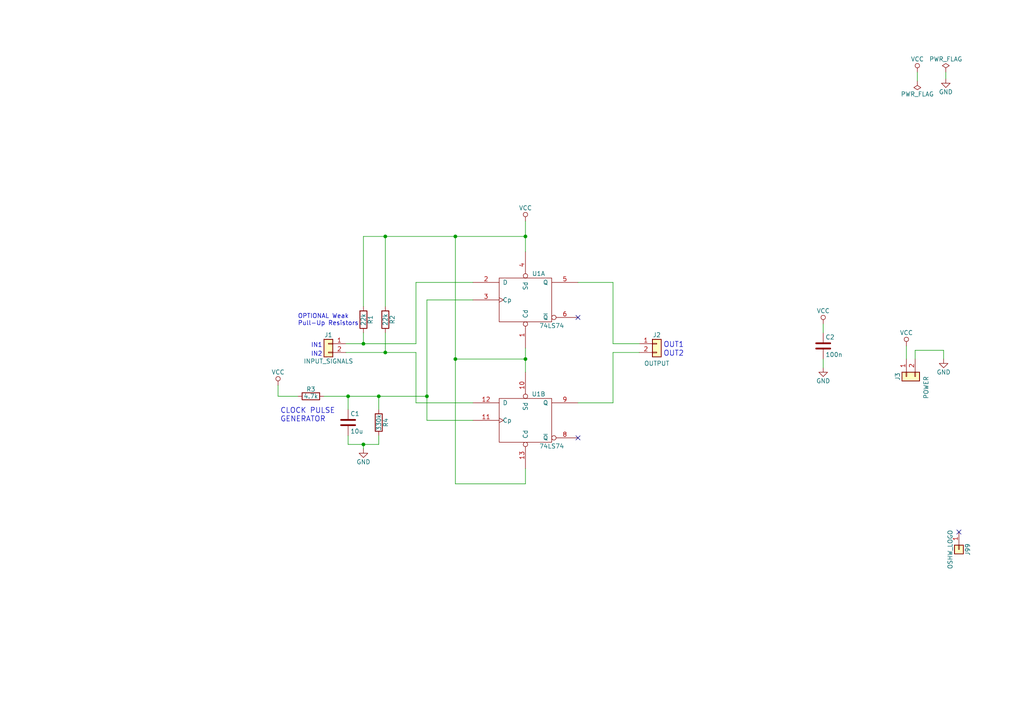
<source format=kicad_sch>
(kicad_sch (version 20230121) (generator eeschema)
  (paper "A4")
  (title_block (title "OpenAmigaMouseTrigger") (date "2018-05-29") (rev "2") (company "SukkoPera"))
  (lib_symbols
    (symbol "OpenAmigaMouseTrigger-rescue:74LS74" (pin_names (offset 1.016))
      (property "Reference" "U" (at 3.81 7.62 0))
      (property "Value" "74LS74" (at 7.62 -7.493 0))
      (symbol "74LS74_0_0"
        (pin power_in line (at -5.08 6.35 270) (length 0) hide (name "VCC") (number "14"))
        (pin power_in line (at -5.08 -6.35 90) (length 0) hide (name "GND") (number "7"))
      )
      (symbol "74LS74_0_1"
        (rectangle (start -7.62 6.35) (end 7.62 -6.35))
      )
      (symbol "74LS74_1_1"
        (pin input inverted (at 0 -13.97 90) (length 7.62) (name "Cd") (number "1"))
        (pin input line (at -15.24 5.08 0) (length 7.62) (name "D") (number "2"))
        (pin input clock (at -15.24 0 0) (length 7.62) (name "Cp") (number "3"))
        (pin input inverted (at 0 13.97 270) (length 7.62) (name "Sd") (number "4"))
        (pin output line (at 15.24 5.08 180) (length 7.62) (name "Q") (number "5"))
        (pin output inverted (at 15.24 -5.08 180) (length 7.62) (name "~{Q}") (number "6"))
      )
      (symbol "74LS74_2_1"
        (pin input inverted (at 0 13.97 270) (length 7.62) (name "Sd") (number "10"))
        (pin input clock (at -15.24 0 0) (length 7.62) (name "Cp") (number "11"))
        (pin input line (at -15.24 5.08 0) (length 7.62) (name "D") (number "12"))
        (pin input inverted (at 0 -13.97 90) (length 7.62) (name "Cd") (number "13"))
        (pin output inverted (at 15.24 -5.08 180) (length 7.62) (name "~{Q}") (number "8"))
        (pin output line (at 15.24 5.08 180) (length 7.62) (name "Q") (number "9"))
      )
    )
    (symbol "OpenAmigaMouseTrigger-rescue:C" (pin_numbers hide) (pin_names (offset 0.254))
      (property "Reference" "C" (at 0.635 2.54 0))
      (property "Value" "C" (at 0.635 -2.54 0))
      (symbol "C_0_1"
        (polyline (pts (xy -2.032 -0.762) (xy 2.032 -0.762)) (stroke (width 0.508)))
        (polyline (pts (xy -2.032 0.762) (xy 2.032 0.762)) (stroke (width 0.508)))
      )
      (symbol "C_1_1"
        (pin passive line (at 0 3.81 270) (length 2.794) (name "~") (number "1"))
        (pin passive line (at 0 -3.81 90) (length 2.794) (name "~") (number "2"))
      )
    )
    (symbol "OpenAmigaMouseTrigger-rescue:Conn_01x01" (pin_names (offset 1.016) hide)
      (property "Reference" "J" (at 0 2.54 0))
      (property "Value" "Conn_01x01" (at 0 -2.54 0))
      (symbol "Conn_01x01_1_1"
        (rectangle (start -1.27 0.127) (end 0 -0.127) (stroke (width 0.1524)))
        (rectangle (start -1.27 1.27) (end 1.27 -1.27) (stroke (width 0.254)) (fill (type background)))
        (pin passive line (at -5.08 0 0) (length 3.81) (name "Pin_1") (number "1"))
      )
    )
    (symbol "OpenAmigaMouseTrigger-rescue:Conn_01x02" (pin_names (offset 1.016) hide)
      (property "Reference" "J" (at 0 2.54 0))
      (property "Value" "Conn_01x02" (at 0 -5.08 0))
      (symbol "Conn_01x02_1_1"
        (rectangle (start -1.27 -2.413) (end 0 -2.667) (stroke (width 0.1524)))
        (rectangle (start -1.27 0.127) (end 0 -0.127) (stroke (width 0.1524)))
        (rectangle (start -1.27 1.27) (end 1.27 -3.81) (stroke (width 0.254)) (fill (type background)))
        (pin passive line (at -5.08 0 0) (length 3.81) (name "Pin_1") (number "1"))
        (pin passive line (at -5.08 -2.54 0) (length 3.81) (name "Pin_2") (number "2"))
      )
    )
    (symbol "OpenAmigaMouseTrigger-rescue:GND" (power) (pin_names (offset 0))
      (property "Value" "GND" (at 0 -3.81 0))
      (symbol "GND_0_1"
        (polyline (pts (xy 0 0) (xy 0 -1.27) (xy 1.27 -1.27) (xy 0 -2.54) (xy -1.27 -1.27) (xy 0 -1.27)))
      )
      (symbol "GND_1_1"
        (pin power_in line (at 0 0 270) (length 0) hide (name "GND") (number "1"))
      )
    )
    (symbol "OpenAmigaMouseTrigger-rescue:PWR_FLAG" (power) (pin_numbers hide) (pin_names (offset 0) hide)
      (property "Value" "PWR_FLAG" (at 0 3.81 0))
      (symbol "PWR_FLAG_0_0"
        (pin power_out line (at 0 0 90) (length 0) (name "pwr") (number "1"))
      )
      (symbol "PWR_FLAG_0_1"
        (polyline (pts (xy 0 0) (xy 0 1.27) (xy -1.016 1.905) (xy 0 2.54) (xy 1.016 1.905) (xy 0 1.27)))
      )
    )
    (symbol "OpenAmigaMouseTrigger-rescue:R" (pin_numbers hide) (pin_names (offset 0))
      (property "Reference" "R" (at 2.032 0 90))
      (property "Value" "R" (at 0 0 90))
      (symbol "R_0_1"
        (rectangle (start -1.016 -2.54) (end 1.016 2.54) (stroke (width 0.254)))
      )
      (symbol "R_1_1"
        (pin passive line (at 0 3.81 270) (length 1.27) (name "~") (number "1"))
        (pin passive line (at 0 -3.81 90) (length 1.27) (name "~") (number "2"))
      )
    )
    (symbol "OpenAmigaMouseTrigger-rescue:VCC" (power) (pin_names (offset 0))
      (property "Value" "VCC" (at 0 3.81 0))
      (symbol "VCC_0_1"
        (polyline (pts (xy 0 0) (xy 0 1.27)))
        (circle (center 0 1.905) (radius 0.635))
      )
      (symbol "VCC_1_1"
        (pin power_in line (at 0 0 90) (length 0) hide (name "VCC") (number "1"))
      )
    )
  )
  (junction (at 132.08 104.14))
  (junction (at 132.08 68.58))
  (junction (at 111.76 102.235))
  (junction (at 100.965 114.935))
  (junction (at 152.4 104.14))
  (junction (at 105.41 128.905))
  (junction (at 152.4 68.58))
  (junction (at 109.855 114.935))
  (junction (at 111.76 68.58))
  (junction (at 123.825 114.935))
  (junction (at 105.41 99.695))
  (no_connect (at 278.13 154.305))
  (no_connect (at 167.64 92.075))
  (no_connect (at 167.64 127))
  (wire (pts (xy 80.645 111.76) (xy 80.645 114.935)))
  (wire (pts (xy 266.065 23.495) (xy 266.065 20.955)))
  (wire (pts (xy 105.41 128.905) (xy 109.855 128.905)))
  (wire (pts (xy 105.41 68.58) (xy 105.41 88.9)))
  (wire (pts (xy 109.855 128.905) (xy 109.855 126.365)))
  (wire (pts (xy 105.41 68.58) (xy 111.76 68.58)))
  (wire (pts (xy 273.685 101.6) (xy 273.685 104.14)))
  (wire (pts (xy 80.645 114.935) (xy 86.36 114.935)))
  (wire (pts (xy 109.855 118.745) (xy 109.855 114.935)))
  (wire (pts (xy 100.965 126.365) (xy 100.965 128.905)))
  (wire (pts (xy 152.4 104.14) (xy 152.4 107.95)))
  (wire (pts (xy 100.33 102.235) (xy 111.76 102.235)))
  (wire (pts (xy 120.65 102.235) (xy 120.65 116.84)))
  (wire (pts (xy 152.4 68.58) (xy 152.4 73.025)))
  (wire (pts (xy 274.32 20.955) (xy 274.32 22.86)))
  (wire (pts (xy 177.8 99.695) (xy 185.42 99.695)))
  (wire (pts (xy 120.65 116.84) (xy 137.16 116.84)))
  (wire (pts (xy 100.33 99.695) (xy 105.41 99.695)))
  (wire (pts (xy 238.76 104.14) (xy 238.76 106.68)))
  (wire (pts (xy 100.965 114.935) (xy 100.965 118.745)))
  (wire (pts (xy 120.65 81.915) (xy 137.16 81.915)))
  (wire (pts (xy 120.65 99.695) (xy 120.65 81.915)))
  (wire (pts (xy 132.08 68.58) (xy 152.4 68.58)))
  (wire (pts (xy 111.76 96.52) (xy 111.76 102.235)))
  (wire (pts (xy 177.8 81.915) (xy 177.8 99.695)))
  (wire (pts (xy 132.08 104.14) (xy 132.08 140.335)))
  (wire (pts (xy 177.8 116.84) (xy 167.64 116.84)))
  (wire (pts (xy 132.08 68.58) (xy 132.08 104.14)))
  (wire (pts (xy 93.98 114.935) (xy 100.965 114.935)))
  (wire (pts (xy 123.825 86.995) (xy 137.16 86.995)))
  (wire (pts (xy 152.4 140.335) (xy 152.4 135.89)))
  (wire (pts (xy 111.76 102.235) (xy 120.65 102.235)))
  (wire (pts (xy 152.4 100.965) (xy 152.4 104.14)))
  (wire (pts (xy 105.41 96.52) (xy 105.41 99.695)))
  (wire (pts (xy 265.43 104.14) (xy 265.43 101.6)))
  (wire (pts (xy 105.41 130.175) (xy 105.41 128.905)))
  (wire (pts (xy 111.76 68.58) (xy 132.08 68.58)))
  (wire (pts (xy 265.43 101.6) (xy 273.685 101.6)))
  (wire (pts (xy 167.64 81.915) (xy 177.8 81.915)))
  (wire (pts (xy 152.4 64.135) (xy 152.4 68.58)))
  (wire (pts (xy 123.825 86.995) (xy 123.825 114.935)))
  (wire (pts (xy 111.76 88.9) (xy 111.76 68.58)))
  (wire (pts (xy 100.965 128.905) (xy 105.41 128.905)))
  (wire (pts (xy 132.08 140.335) (xy 152.4 140.335)))
  (wire (pts (xy 105.41 99.695) (xy 120.65 99.695)))
  (wire (pts (xy 132.08 104.14) (xy 152.4 104.14)))
  (wire (pts (xy 109.855 114.935) (xy 123.825 114.935)))
  (wire (pts (xy 185.42 102.235) (xy 177.8 102.235)))
  (wire (pts (xy 262.89 104.14) (xy 262.89 100.33)))
  (wire (pts (xy 100.965 114.935) (xy 109.855 114.935)))
  (wire (pts (xy 177.8 102.235) (xy 177.8 116.84)))
  (wire (pts (xy 123.825 121.92) (xy 137.16 121.92)))
  (wire (pts (xy 238.76 93.98) (xy 238.76 96.52)))
  (wire (pts (xy 123.825 114.935) (xy 123.825 121.92)))
  (text "OPTIONAL Weak\nPull-Up Resistors" (at 86.36 94.615 0) (effects (font (size 1.27 1.27)) (justify left bottom)))
  (text "IN1" (at 90.17 100.965 0) (effects (font (size 1.27 1.27)) (justify left bottom)))
  (text "CLOCK PULSE\nGENERATOR" (at 81.28 122.555 0) (effects (font (size 1.524 1.524)) (justify left bottom)))
  (text "OUT2" (at 192.405 103.505 0) (effects (font (size 1.524 1.524)) (justify left bottom)))
  (text "OUT1" (at 192.405 100.965 0) (effects (font (size 1.524 1.524)) (justify left bottom)))
  (text "IN2" (at 90.17 103.505 0) (effects (font (size 1.27 1.27)) (justify left bottom)))
  (symbol (lib_id "OpenAmigaMouseTrigger-rescue:Conn_01x02") (at 95.25 99.695 0) (mirror y) (unit 1)
    (property "Reference" "J1" (at 95.25 97.155 0))
    (property "Value" "INPUT_SIGNALS" (at 95.25 104.775 0))
    (property "Footprint" "OpenAmigaMouseTrigger:LoosePads-2" (effects hide))
  )
  (symbol (lib_id "OpenAmigaMouseTrigger-rescue:C") (at 100.965 122.555 0) (unit 1)
    (property "Reference" "C1" (at 101.6 120.015 0) (effects (justify left)))
    (property "Value" "10u" (at 101.6 125.095 0) (effects (justify left)))
    (property "Footprint" "Resistor_SMD:R_0805_2012Metric" (effects hide))
  )
  (symbol (lib_id "OpenAmigaMouseTrigger-rescue:R") (at 90.17 114.935 90) (unit 1)
    (property "Reference" "R3" (at 90.17 112.903 90))
    (property "Value" "4.7k" (at 90.17 114.935 90))
    (property "Footprint" "Resistor_SMD:R_0805_2012Metric" (effects hide))
  )
  (symbol (lib_id "OpenAmigaMouseTrigger-rescue:74LS74") (at 152.4 86.995 0) (unit 1)
    (property "Reference" "U1" (at 156.21 79.375 0))
    (property "Value" "74LS74" (at 160.02 94.488 0))
    (property "Footprint" "Housings_DIP:DIP-14_W7.62mm" (effects hide))
  )
  (symbol (lib_id "OpenAmigaMouseTrigger-rescue:74LS74") (at 152.4 121.92 0) (unit 2)
    (property "Reference" "U1" (at 156.21 114.3 0))
    (property "Value" "74LS74" (at 160.02 129.413 0))
    (property "Footprint" "Housings_DIP:DIP-14_W7.62mm" (effects hide))
  )
  (symbol (lib_id "OpenAmigaMouseTrigger-rescue:VCC") (at 80.645 111.76 0) (unit 1)
    (property "Reference" "#PWR01" (effects hide))
    (property "Value" "VCC" (at 80.645 107.95 0))
  )
  (symbol (lib_id "OpenAmigaMouseTrigger-rescue:VCC") (at 152.4 64.135 0) (unit 1)
    (property "Reference" "#PWR02" (effects hide))
    (property "Value" "VCC" (at 152.4 60.325 0))
  )
  (symbol (lib_id "OpenAmigaMouseTrigger-rescue:Conn_01x02") (at 190.5 99.695 0) (unit 1)
    (property "Reference" "J2" (at 190.5 97.155 0))
    (property "Value" "OUTPUT" (at 190.5 105.41 0))
    (property "Footprint" "OpenAmigaMouseTrigger:LoosePads-2" (effects hide))
  )
  (symbol (lib_id "OpenAmigaMouseTrigger-rescue:C") (at 238.76 100.33 0) (unit 1)
    (property "Reference" "C2" (at 239.395 97.79 0) (effects (justify left)))
    (property "Value" "100n" (at 239.395 102.87 0) (effects (justify left)))
    (property "Footprint" "Resistor_SMD:R_0805_2012Metric" (effects hide))
  )
  (symbol (lib_id "OpenAmigaMouseTrigger-rescue:VCC") (at 238.76 93.98 0) (unit 1)
    (property "Reference" "#PWR03" (effects hide))
    (property "Value" "VCC" (at 238.76 90.17 0))
  )
  (symbol (lib_id "OpenAmigaMouseTrigger-rescue:GND") (at 238.76 106.68 0) (unit 1)
    (property "Reference" "#PWR04" (effects hide))
    (property "Value" "GND" (at 238.76 110.49 0))
  )
  (symbol (lib_id "OpenAmigaMouseTrigger-rescue:GND") (at 274.32 22.86 0) (unit 1)
    (property "Reference" "#PWR05" (effects hide))
    (property "Value" "GND" (at 274.32 26.67 0))
  )
  (symbol (lib_id "OpenAmigaMouseTrigger-rescue:VCC") (at 266.065 20.955 0) (unit 1)
    (property "Reference" "#PWR06" (effects hide))
    (property "Value" "VCC" (at 266.065 17.145 0))
  )
  (symbol (lib_id "OpenAmigaMouseTrigger-rescue:PWR_FLAG") (at 274.32 20.955 0) (unit 1)
    (property "Reference" "#FLG07" (effects hide))
    (property "Value" "PWR_FLAG" (at 274.32 17.145 0))
  )
  (symbol (lib_id "OpenAmigaMouseTrigger-rescue:PWR_FLAG") (at 266.065 23.495 180) (unit 1)
    (property "Reference" "#FLG08" (effects hide))
    (property "Value" "PWR_FLAG" (at 266.065 27.305 0))
  )
  (symbol (lib_id "OpenAmigaMouseTrigger-rescue:Conn_01x02") (at 262.89 109.22 90) (mirror x) (unit 1)
    (property "Reference" "J3" (at 260.35 109.22 0))
    (property "Value" "POWER" (at 268.605 112.395 0))
    (property "Footprint" "OpenAmigaMouseTrigger:LoosePads-2" (effects hide))
  )
  (symbol (lib_id "OpenAmigaMouseTrigger-rescue:VCC") (at 262.89 100.33 0) (unit 1)
    (property "Reference" "#PWR09" (effects hide))
    (property "Value" "VCC" (at 262.89 96.52 0))
  )
  (symbol (lib_id "OpenAmigaMouseTrigger-rescue:GND") (at 273.685 104.14 0) (unit 1)
    (property "Reference" "#PWR010" (effects hide))
    (property "Value" "GND" (at 273.685 107.95 0))
  )
  (symbol (lib_id "OpenAmigaMouseTrigger-rescue:GND") (at 105.41 130.175 0) (unit 1)
    (property "Reference" "#PWR011" (effects hide))
    (property "Value" "GND" (at 105.41 133.985 0))
  )
  (symbol (lib_id "OpenAmigaMouseTrigger-rescue:Conn_01x01") (at 278.13 159.385 270) (unit 1)
    (property "Reference" "J99" (at 280.67 159.385 0))
    (property "Value" "OSHW_LOGO" (at 275.59 159.385 0))
    (property "Footprint" "w_logo:Logo_copper_OSHW_6x6mm" (effects hide))
  )
  (symbol (lib_id "OpenAmigaMouseTrigger-rescue:R") (at 105.41 92.71 0) (unit 1)
    (property "Reference" "R1" (at 107.442 92.71 90))
    (property "Value" "22k" (at 105.41 92.71 90))
    (property "Footprint" "Resistor_SMD:R_0805_2012Metric" (effects hide))
  )
  (symbol (lib_id "OpenAmigaMouseTrigger-rescue:R") (at 111.76 92.71 0) (unit 1)
    (property "Reference" "R2" (at 113.792 92.71 90))
    (property "Value" "22k" (at 111.76 92.71 90))
    (property "Footprint" "Resistor_SMD:R_0805_2012Metric" (effects hide))
  )
  (symbol (lib_id "OpenAmigaMouseTrigger-rescue:R") (at 109.855 122.555 0) (unit 1)
    (property "Reference" "R4" (at 111.887 122.555 90))
    (property "Value" "330k" (at 109.855 122.555 90))
    (property "Footprint" "Resistor_SMD:R_0805_2012Metric" (effects hide))
  )
)
</source>
